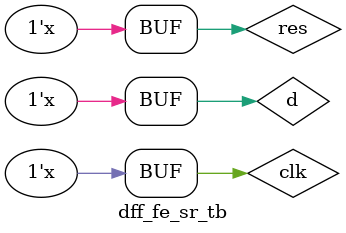
<source format=v>
`include "Hadif_B190513CS_Q01f.v"
module dff_fe_sr_tb;

wire q, q1;
reg clk, d, res;

dff_fe_sr dff1(q, q1, d, clk, res);

initial
begin
  clk=0;
  d=0;
  res=1;
  $dumpfile("dff.vcd");
  $dumpvars(0, dff1);
  $display("clk res d q q'");
  $monitor(" %b  %b  %b %b %b", clk, res, d, q, q1);
end

always #5 d = ~d;
always #3 clk = ~clk;
always #13 res = ~res;

endmodule
</source>
